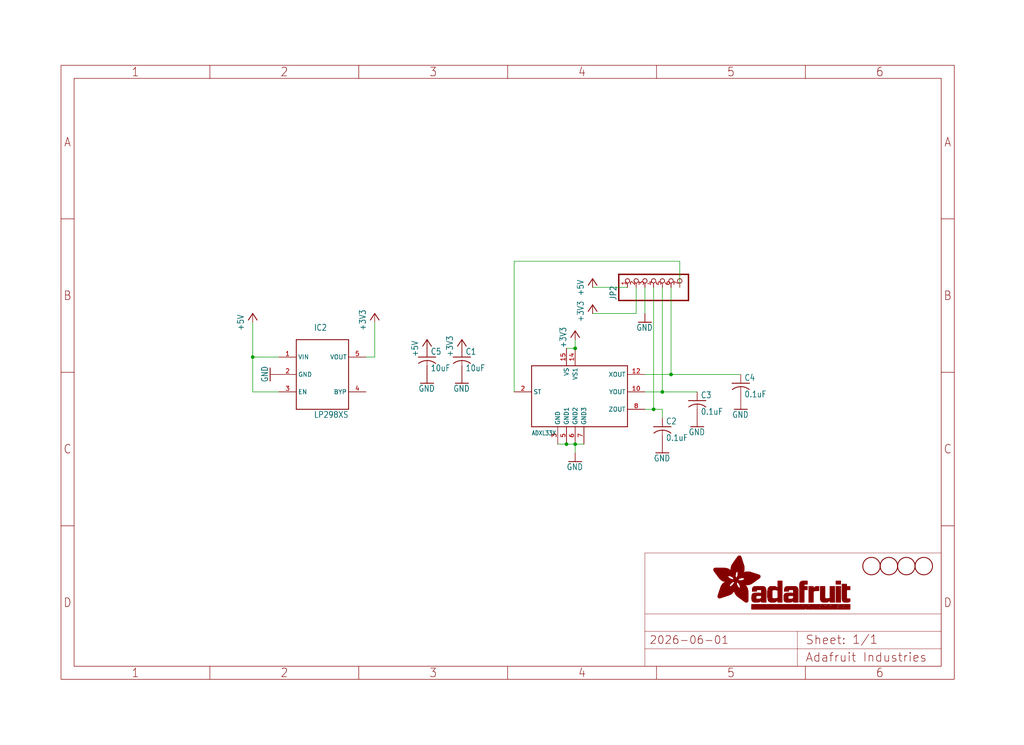
<source format=kicad_sch>
(kicad_sch (version 20230121) (generator eeschema)
  (paper "User" 298.45 217.322)
  (lib_symbols
    (symbol "working-eagle-import:+3V3" (power)
      (property "Value" "+3V3" (at -2.54 -5.08 90))
      (symbol "+3V3_1_0"
        (pin power_in line (at 0 -2.54 90) (length 2.54) (name "+3V3") (number "1"))
      )
    )
    (symbol "working-eagle-import:+5V" (power)
      (property "Value" "+5V" (at -2.54 -5.08 90))
      (symbol "+5V_1_0"
        (pin power_in line (at 0 -2.54 90) (length 2.54) (name "+5V") (number "1"))
      )
    )
    (symbol "working-eagle-import:ADXL33X"
      (symbol "ADXL33X_1_0"
        (pin output line (at 17.78 2.54 180) (length 5.08) (name "YOUT") (number "10"))
        (pin output line (at 17.78 7.62 180) (length 5.08) (name "XOUT") (number "12"))
        (pin power_in line (at -2.54 15.24 270) (length 5.08) (name "VS1") (number "14"))
        (pin power_in line (at -5.08 15.24 270) (length 5.08) (name "VS") (number "15"))
        (pin input line (at -20.32 2.54 0) (length 5.08) (name "ST") (number "2"))
        (pin power_in line (at -7.62 -12.7 90) (length 5.08) (name "GND") (number "3"))
        (pin power_in line (at -5.08 -12.7 90) (length 5.08) (name "GND1") (number "5"))
        (pin power_in line (at -2.54 -12.7 90) (length 5.08) (name "GND2") (number "6"))
        (pin power_in line (at 0 -12.7 90) (length 5.08) (name "GND3") (number "7"))
        (pin output line (at 17.78 -2.54 180) (length 5.08) (name "ZOUT") (number "8"))
      )
    )
    (symbol "working-eagle-import:C-USC0805K"
      (property "Reference" "C" (at 1.016 0.635 0))
      (symbol "C-USC0805K_1_0"
        (pin passive line (at 0 2.54 270) (length 2.54) (name "1") (number "1"))
        (pin passive line (at 0 -5.08 90) (length 2.54) (name "2") (number "2"))
      )
    )
    (symbol "working-eagle-import:FIDUCIAL")
    (symbol "working-eagle-import:FRAME_A4_ADAFRUIT"
      (symbol "FRAME_A4_ADAFRUIT_1_0"
        (text "${#}/${##}" (at 230.505 10.16 0) (effects (font (size 2.54 2.54)) (justify left bottom)))
        (text "${CURRENT_DATE}" (at 171.45 10.16 0) (effects (font (size 2.286 2.286)) (justify left bottom)))
        (text "${PROJECTNAME}" (at 171.45 15.24 0) (effects (font (size 2.54 2.54)) (justify left bottom)))
        (text "1" (at 21.6958 1.905 0) (effects (font (size 2.54 2.286))))
        (text "1" (at 21.6958 177.165 0) (effects (font (size 2.54 2.286))))
        (text "2" (at 65.0875 1.905 0) (effects (font (size 2.54 2.286))))
        (text "2" (at 65.0875 177.165 0) (effects (font (size 2.54 2.286))))
        (text "3" (at 108.4792 1.905 0) (effects (font (size 2.54 2.286))))
        (text "3" (at 108.4792 177.165 0) (effects (font (size 2.54 2.286))))
        (text "4" (at 151.8708 1.905 0) (effects (font (size 2.54 2.286))))
        (text "4" (at 151.8708 177.165 0) (effects (font (size 2.54 2.286))))
        (text "5" (at 195.2625 1.905 0) (effects (font (size 2.54 2.286))))
        (text "5" (at 195.2625 177.165 0) (effects (font (size 2.54 2.286))))
        (text "6" (at 238.6542 1.905 0) (effects (font (size 2.54 2.286))))
        (text "6" (at 238.6542 177.165 0) (effects (font (size 2.54 2.286))))
        (text "A" (at 1.905 156.6863 0) (effects (font (size 2.54 2.286))))
        (text "A" (at 258.445 156.6863 0) (effects (font (size 2.54 2.286))))
        (text "Adafruit Industries" (at 216.916 4.953 0) (effects (font (size 2.54 2.54)) (justify left bottom)))
        (text "B" (at 1.905 111.9188 0) (effects (font (size 2.54 2.286))))
        (text "B" (at 258.445 111.9188 0) (effects (font (size 2.54 2.286))))
        (text "C" (at 1.905 67.1513 0) (effects (font (size 2.54 2.286))))
        (text "C" (at 258.445 67.1513 0) (effects (font (size 2.54 2.286))))
        (text "D" (at 1.905 22.3838 0) (effects (font (size 2.54 2.286))))
        (text "D" (at 258.445 22.3838 0) (effects (font (size 2.54 2.286))))
        (text "Sheet:" (at 216.916 10.033 0) (effects (font (size 2.54 2.54)) (justify left bottom)))
      )
    )
    (symbol "working-eagle-import:GND" (power)
      (property "Value" "GND" (at -2.54 -2.54 0))
      (symbol "GND_1_0"
        (pin power_in line (at 0 2.54 270) (length 2.54) (name "GND") (number "1"))
      )
    )
    (symbol "working-eagle-import:HEADER-1X7THICKER"
      (property "Reference" "JP" (at -6.35 10.795 0))
      (symbol "HEADER-1X7THICKER_1_0"
        (pin passive inverted (at -2.54 7.62 0) (length 2.54) (name "1") (number "1"))
        (pin passive inverted (at -2.54 5.08 0) (length 2.54) (name "2") (number "2"))
        (pin passive inverted (at -2.54 2.54 0) (length 2.54) (name "3") (number "3"))
        (pin passive inverted (at -2.54 0 0) (length 2.54) (name "4") (number "4"))
        (pin passive inverted (at -2.54 -2.54 0) (length 2.54) (name "5") (number "5"))
        (pin passive inverted (at -2.54 -5.08 0) (length 2.54) (name "6") (number "6"))
        (pin passive inverted (at -2.54 -7.62 0) (length 2.54) (name "7") (number "7"))
      )
    )
    (symbol "working-eagle-import:LP298XS"
      (property "Reference" "IC" (at -12.7 -5.08 90))
      (symbol "LP298XS_1_0"
        (pin bidirectional line (at -5.08 -15.24 90) (length 5.08) (name "VIN") (number "1"))
        (pin bidirectional line (at 0 -15.24 90) (length 5.08) (name "GND") (number "2"))
        (pin bidirectional line (at 5.08 -15.24 90) (length 5.08) (name "EN") (number "3"))
        (pin bidirectional line (at 5.08 10.16 270) (length 5.08) (name "BYP") (number "4"))
        (pin bidirectional line (at -5.08 10.16 270) (length 5.08) (name "VOUT") (number "5"))
      )
    )
    (symbol "working-eagle-import:MOUNTINGHOLE2.0")
  )
  (junction (at 190.5 119.38))
  (junction (at 165.1 129.54))
  (junction (at 167.64 129.54))
  (junction (at 195.58 109.22))
  (junction (at 167.64 101.6))
  (junction (at 73.66 104.14))
  (junction (at 193.04 114.3))
  (wire (pts (xy 193.04 114.3) (xy 203.2 114.3)) (stroke (width 0.1524)))
  (wire (pts (xy 193.04 119.38) (xy 193.04 121.92)) (stroke (width 0.1524)))
  (wire (pts (xy 167.64 129.54) (xy 170.18 129.54)) (stroke (width 0.1524)))
  (wire (pts (xy 187.96 109.22) (xy 195.58 109.22)) (stroke (width 0.1524)))
  (wire (pts (xy 190.5 119.38) (xy 193.04 119.38)) (stroke (width 0.1524)))
  (wire (pts (xy 73.66 93.98) (xy 73.66 104.14)) (stroke (width 0.1524)))
  (wire (pts (xy 73.66 104.14) (xy 73.66 114.3)) (stroke (width 0.1524)))
  (wire (pts (xy 162.56 129.54) (xy 165.1 129.54)) (stroke (width 0.1524)))
  (wire (pts (xy 109.22 93.98) (xy 109.22 104.14)) (stroke (width 0.1524)))
  (wire (pts (xy 193.04 114.3) (xy 193.04 83.82)) (stroke (width 0.1524)))
  (wire (pts (xy 73.66 114.3) (xy 81.28 114.3)) (stroke (width 0.1524)))
  (wire (pts (xy 167.64 101.6) (xy 167.64 99.06)) (stroke (width 0.1524)))
  (wire (pts (xy 187.96 119.38) (xy 190.5 119.38)) (stroke (width 0.1524)))
  (wire (pts (xy 149.86 114.3) (xy 149.86 76.2)) (stroke (width 0.1524)))
  (wire (pts (xy 165.1 101.6) (xy 167.64 101.6)) (stroke (width 0.1524)))
  (wire (pts (xy 167.64 132.08) (xy 167.64 129.54)) (stroke (width 0.1524)))
  (wire (pts (xy 195.58 109.22) (xy 195.58 83.82)) (stroke (width 0.1524)))
  (wire (pts (xy 172.72 83.82) (xy 182.88 83.82)) (stroke (width 0.1524)))
  (wire (pts (xy 195.58 109.22) (xy 215.9 109.22)) (stroke (width 0.1524)))
  (wire (pts (xy 187.96 114.3) (xy 193.04 114.3)) (stroke (width 0.1524)))
  (wire (pts (xy 172.72 91.44) (xy 185.42 91.44)) (stroke (width 0.1524)))
  (wire (pts (xy 187.96 91.44) (xy 187.96 83.82)) (stroke (width 0.1524)))
  (wire (pts (xy 185.42 91.44) (xy 185.42 83.82)) (stroke (width 0.1524)))
  (wire (pts (xy 190.5 119.38) (xy 190.5 83.82)) (stroke (width 0.1524)))
  (wire (pts (xy 73.66 104.14) (xy 81.28 104.14)) (stroke (width 0.1524)))
  (wire (pts (xy 109.22 104.14) (xy 106.68 104.14)) (stroke (width 0.1524)))
  (wire (pts (xy 198.12 76.2) (xy 198.12 83.82)) (stroke (width 0.1524)))
  (wire (pts (xy 149.86 76.2) (xy 198.12 76.2)) (stroke (width 0.1524)))
  (wire (pts (xy 165.1 129.54) (xy 167.64 129.54)) (stroke (width 0.1524)))
  (symbol (lib_id "working-eagle-import:C-USC0805K") (at 215.9 111.76 0) (unit 1)
    (property "Reference" "C4" (at 216.916 111.125 0) (effects (font (size 1.778 1.5113)) (justify left bottom)))
    (property "Value" "0.1uF" (at 216.916 115.951 0) (effects (font (size 1.778 1.5113)) (justify left bottom)))
    (property "Footprint" "working:C0805K" (effects hide))
  )
  (symbol (lib_id "working-eagle-import:+3V3") (at 109.22 91.44 0) (unit 1)
    (property "Reference" "#+3V1" (effects hide))
    (property "Value" "+3V3" (at 106.68 96.52 90) (effects (font (size 1.778 1.5113)) (justify left bottom)))
  )
  (symbol (lib_id "working-eagle-import:+5V") (at 73.66 91.44 0) (unit 1)
    (property "Reference" "#P+1" (effects hide))
    (property "Value" "+5V" (at 71.12 96.52 90) (effects (font (size 1.778 1.5113)) (justify left bottom)))
  )
  (symbol (lib_id "working-eagle-import:C-USC0805K") (at 124.46 104.14 0) (unit 1)
    (property "Reference" "C5" (at 125.476 103.505 0) (effects (font (size 1.778 1.5113)) (justify left bottom)))
    (property "Value" "10uF" (at 125.476 108.331 0) (effects (font (size 1.778 1.5113)) (justify left bottom)))
    (property "Footprint" "working:C0805K" (effects hide))
  )
  (symbol (lib_id "working-eagle-import:GND") (at 124.46 111.76 0) (unit 1)
    (property "Reference" "#GND8" (effects hide))
    (property "Value" "GND" (at 121.92 114.3 0) (effects (font (size 1.778 1.5113)) (justify left bottom)))
  )
  (symbol (lib_id "working-eagle-import:FRAME_A4_ADAFRUIT") (at 17.78 198.12 0) (unit 1)
    (property "Reference" "#U$3" (effects hide))
    (property "Value" "FRAME_A4_ADAFRUIT" (effects hide))
  )
  (symbol (lib_id "working-eagle-import:LP298XS") (at 96.52 109.22 270) (unit 1)
    (property "Reference" "IC2" (at 91.44 96.52 90) (effects (font (size 1.778 1.5113)) (justify left bottom)))
    (property "Value" "LP298XS" (at 91.44 121.92 90) (effects (font (size 1.778 1.5113)) (justify left bottom)))
    (property "Footprint" "working:SOT23-5L" (effects hide))
  )
  (symbol (lib_id "working-eagle-import:GND") (at 215.9 119.38 0) (unit 1)
    (property "Reference" "#GND5" (effects hide))
    (property "Value" "GND" (at 213.36 121.92 0) (effects (font (size 1.778 1.5113)) (justify left bottom)))
  )
  (symbol (lib_id "working-eagle-import:+3V3") (at 134.62 99.06 0) (unit 1)
    (property "Reference" "#+3V2" (effects hide))
    (property "Value" "+3V3" (at 132.08 104.14 90) (effects (font (size 1.778 1.5113)) (justify left bottom)))
  )
  (symbol (lib_id "working-eagle-import:GND") (at 203.2 124.46 0) (unit 1)
    (property "Reference" "#GND4" (effects hide))
    (property "Value" "GND" (at 200.66 127 0) (effects (font (size 1.778 1.5113)) (justify left bottom)))
  )
  (symbol (lib_id "working-eagle-import:GND") (at 187.96 93.98 0) (unit 1)
    (property "Reference" "#GND6" (effects hide))
    (property "Value" "GND" (at 185.42 96.52 0) (effects (font (size 1.778 1.5113)) (justify left bottom)))
  )
  (symbol (lib_id "working-eagle-import:+5V") (at 172.72 81.28 0) (unit 1)
    (property "Reference" "#P+3" (effects hide))
    (property "Value" "+5V" (at 170.18 86.36 90) (effects (font (size 1.778 1.5113)) (justify left bottom)))
  )
  (symbol (lib_id "working-eagle-import:GND") (at 78.74 109.22 270) (unit 1)
    (property "Reference" "#GND7" (effects hide))
    (property "Value" "GND" (at 76.2 106.68 0) (effects (font (size 1.778 1.5113)) (justify left bottom)))
  )
  (symbol (lib_id "working-eagle-import:+3V3") (at 172.72 88.9 0) (unit 1)
    (property "Reference" "#+3V4" (effects hide))
    (property "Value" "+3V3" (at 170.18 93.98 90) (effects (font (size 1.778 1.5113)) (justify left bottom)))
  )
  (symbol (lib_id "working-eagle-import:GND") (at 134.62 111.76 0) (unit 1)
    (property "Reference" "#GND2" (effects hide))
    (property "Value" "GND" (at 132.08 114.3 0) (effects (font (size 1.778 1.5113)) (justify left bottom)))
  )
  (symbol (lib_id "working-eagle-import:MOUNTINGHOLE2.0") (at 264.16 165.1 0) (unit 1)
    (property "Reference" "U$8" (effects hide))
    (property "Value" "MOUNTINGHOLE2.0" (effects hide))
    (property "Footprint" "working:MOUNTINGHOLE_2.0_PLATED" (effects hide))
  )
  (symbol (lib_id "working-eagle-import:FIDUCIAL") (at 259.08 165.1 0) (unit 1)
    (property "Reference" "U$1" (effects hide))
    (property "Value" "FIDUCIAL" (effects hide))
    (property "Footprint" "working:FIDUCIAL_1MM" (effects hide))
  )
  (symbol (lib_id "working-eagle-import:MOUNTINGHOLE2.0") (at 269.24 165.1 0) (unit 1)
    (property "Reference" "U$5" (effects hide))
    (property "Value" "MOUNTINGHOLE2.0" (effects hide))
    (property "Footprint" "working:MOUNTINGHOLE_2.0_PLATED" (effects hide))
  )
  (symbol (lib_id "working-eagle-import:C-USC0805K") (at 134.62 104.14 0) (unit 1)
    (property "Reference" "C1" (at 135.636 103.505 0) (effects (font (size 1.778 1.5113)) (justify left bottom)))
    (property "Value" "10uF" (at 135.636 108.331 0) (effects (font (size 1.778 1.5113)) (justify left bottom)))
    (property "Footprint" "working:C0805K" (effects hide))
  )
  (symbol (lib_id "working-eagle-import:ADXL33X") (at 170.18 116.84 0) (unit 1)
    (property "Reference" "IC1" (effects hide))
    (property "Value" "ADXL33X" (at 154.94 127 0) (effects (font (size 1.27 1.0795)) (justify left bottom)))
    (property "Footprint" "working:16LCSP" (effects hide))
  )
  (symbol (lib_id "working-eagle-import:GND") (at 193.04 132.08 0) (unit 1)
    (property "Reference" "#GND3" (effects hide))
    (property "Value" "GND" (at 190.5 134.62 0) (effects (font (size 1.778 1.5113)) (justify left bottom)))
  )
  (symbol (lib_id "working-eagle-import:GND") (at 167.64 134.62 0) (unit 1)
    (property "Reference" "#GND1" (effects hide))
    (property "Value" "GND" (at 165.1 137.16 0) (effects (font (size 1.778 1.5113)) (justify left bottom)))
  )
  (symbol (lib_id "working-eagle-import:+3V3") (at 167.64 96.52 0) (unit 1)
    (property "Reference" "#+3V3" (effects hide))
    (property "Value" "+3V3" (at 165.1 101.6 90) (effects (font (size 1.778 1.5113)) (justify left bottom)))
  )
  (symbol (lib_id "working-eagle-import:+5V") (at 124.46 99.06 0) (unit 1)
    (property "Reference" "#P+2" (effects hide))
    (property "Value" "+5V" (at 121.92 104.14 90) (effects (font (size 1.778 1.5113)) (justify left bottom)))
  )
  (symbol (lib_id "working-eagle-import:FIDUCIAL") (at 254 165.1 0) (unit 1)
    (property "Reference" "U$2" (effects hide))
    (property "Value" "FIDUCIAL" (effects hide))
    (property "Footprint" "working:FIDUCIAL_1MM" (effects hide))
  )
  (symbol (lib_id "working-eagle-import:C-USC0805K") (at 203.2 116.84 0) (unit 1)
    (property "Reference" "C3" (at 204.216 116.205 0) (effects (font (size 1.778 1.5113)) (justify left bottom)))
    (property "Value" "0.1uF" (at 204.216 121.031 0) (effects (font (size 1.778 1.5113)) (justify left bottom)))
    (property "Footprint" "working:C0805K" (effects hide))
  )
  (symbol (lib_id "working-eagle-import:C-USC0805K") (at 193.04 124.46 0) (unit 1)
    (property "Reference" "C2" (at 194.056 123.825 0) (effects (font (size 1.778 1.5113)) (justify left bottom)))
    (property "Value" "0.1uF" (at 194.056 128.651 0) (effects (font (size 1.778 1.5113)) (justify left bottom)))
    (property "Footprint" "working:C0805K" (effects hide))
  )
  (symbol (lib_id "working-eagle-import:HEADER-1X7THICKER") (at 190.5 81.28 90) (unit 1)
    (property "Reference" "JP2" (at 179.705 87.63 0) (effects (font (size 1.778 1.5113)) (justify left bottom)))
    (property "Value" "HEADER-1X7THICKER" (effects hide))
    (property "Footprint" "working:1X07_ROUND_76" (effects hide))
  )
)
</source>
